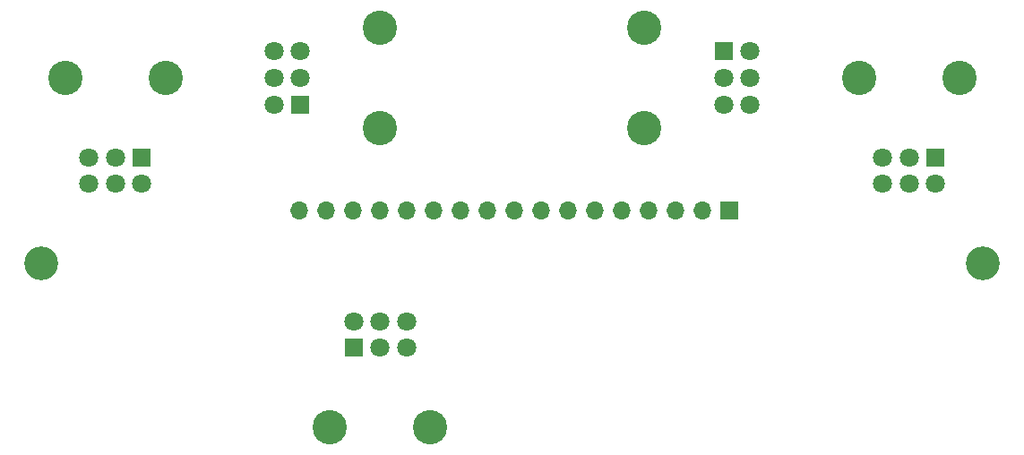
<source format=gbr>
%TF.GenerationSoftware,KiCad,Pcbnew,5.1.9-73d0e3b20d~88~ubuntu20.04.1*%
%TF.CreationDate,2021-04-01T10:53:24-04:00*%
%TF.ProjectId,ao_output,616f5f6f-7574-4707-9574-2e6b69636164,rev?*%
%TF.SameCoordinates,Original*%
%TF.FileFunction,Soldermask,Top*%
%TF.FilePolarity,Negative*%
%FSLAX46Y46*%
G04 Gerber Fmt 4.6, Leading zero omitted, Abs format (unit mm)*
G04 Created by KiCad (PCBNEW 5.1.9-73d0e3b20d~88~ubuntu20.04.1) date 2021-04-01 10:53:24*
%MOMM*%
%LPD*%
G01*
G04 APERTURE LIST*
%ADD10R,1.800000X1.800000*%
%ADD11C,1.800000*%
%ADD12C,3.240000*%
%ADD13C,3.200000*%
%ADD14O,1.700000X1.700000*%
%ADD15R,1.700000X1.700000*%
G04 APERTURE END LIST*
D10*
%TO.C,RV8*%
X-85000000Y-124500000D03*
D11*
X-87500000Y-124500000D03*
X-90000000Y-124500000D03*
D12*
X-92250000Y-117000000D03*
X-82750000Y-117000000D03*
D11*
X-90000000Y-127000000D03*
X-87500000Y-127000000D03*
X-85000000Y-127000000D03*
%TD*%
%TO.C,RV6*%
X-27500000Y-114500000D03*
X-27500000Y-117000000D03*
X-27500000Y-119500000D03*
D12*
X-37500000Y-112250000D03*
X-37500000Y-121750000D03*
D11*
X-30000000Y-119500000D03*
X-30000000Y-117000000D03*
D10*
X-30000000Y-114500000D03*
%TD*%
%TO.C,RV5*%
X-10000000Y-124500000D03*
D11*
X-12500000Y-124500000D03*
X-15000000Y-124500000D03*
D12*
X-17250000Y-117000000D03*
X-7750000Y-117000000D03*
D11*
X-15000000Y-127000000D03*
X-12500000Y-127000000D03*
X-10000000Y-127000000D03*
%TD*%
D13*
%TO.C,H7*%
X-94500000Y-134500000D03*
%TD*%
D10*
%TO.C,RV7*%
X-70000000Y-119500000D03*
D11*
X-70000000Y-117000000D03*
X-70000000Y-114500000D03*
D12*
X-62500000Y-112250000D03*
X-62500000Y-121750000D03*
D11*
X-72500000Y-114500000D03*
X-72500000Y-117000000D03*
X-72500000Y-119500000D03*
%TD*%
D14*
%TO.C,J12*%
X-70140000Y-129500000D03*
X-67600000Y-129500000D03*
X-65060000Y-129500000D03*
X-62520000Y-129500000D03*
X-59980000Y-129500000D03*
X-57440000Y-129500000D03*
X-54900000Y-129500000D03*
X-52360000Y-129500000D03*
X-49820000Y-129500000D03*
X-47280000Y-129500000D03*
X-44740000Y-129500000D03*
X-42200000Y-129500000D03*
X-39660000Y-129500000D03*
X-37120000Y-129500000D03*
X-34580000Y-129500000D03*
X-32040000Y-129500000D03*
D15*
X-29500000Y-129500000D03*
%TD*%
D13*
%TO.C,H8*%
X-5500000Y-134500000D03*
%TD*%
D10*
%TO.C,RV9*%
X-65000000Y-142500000D03*
D11*
X-62500000Y-142500000D03*
X-60000000Y-142500000D03*
D12*
X-57750000Y-150000000D03*
X-67250000Y-150000000D03*
D11*
X-60000000Y-140000000D03*
X-62500000Y-140000000D03*
X-65000000Y-140000000D03*
%TD*%
M02*

</source>
